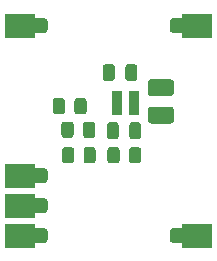
<source format=gts>
G04 #@! TF.GenerationSoftware,KiCad,Pcbnew,9.0.1+1*
G04 #@! TF.CreationDate,2025-11-12T15:12:14+00:00*
G04 #@! TF.ProjectId,megaphone-low-current-dc-dc-converter,6d656761-7068-46f6-9e65-2d6c6f772d63,0.2*
G04 #@! TF.SameCoordinates,Original*
G04 #@! TF.FileFunction,Soldermask,Top*
G04 #@! TF.FilePolarity,Negative*
%FSLAX46Y46*%
G04 Gerber Fmt 4.6, Leading zero omitted, Abs format (unit mm)*
G04 Created by KiCad (PCBNEW 9.0.1+1) date 2025-11-12 15:12:14*
%MOMM*%
%LPD*%
G01*
G04 APERTURE LIST*
%ADD10C,0.010000*%
%ADD11R,2.540000X2.000000*%
G04 APERTURE END LIST*
D10*
X121241000Y-72675000D02*
X120481000Y-72675000D01*
X120481000Y-72255000D01*
X121241000Y-72255000D01*
X121241000Y-72675000D01*
G36*
X121241000Y-72675000D02*
G01*
X120481000Y-72675000D01*
X120481000Y-72255000D01*
X121241000Y-72255000D01*
X121241000Y-72675000D01*
G37*
X121241000Y-73175000D02*
X120481000Y-73175000D01*
X120481000Y-72755000D01*
X121241000Y-72755000D01*
X121241000Y-73175000D01*
G36*
X121241000Y-73175000D02*
G01*
X120481000Y-73175000D01*
X120481000Y-72755000D01*
X121241000Y-72755000D01*
X121241000Y-73175000D01*
G37*
X121241000Y-73675000D02*
X120481000Y-73675000D01*
X120481000Y-73255000D01*
X121241000Y-73255000D01*
X121241000Y-73675000D01*
G36*
X121241000Y-73675000D02*
G01*
X120481000Y-73675000D01*
X120481000Y-73255000D01*
X121241000Y-73255000D01*
X121241000Y-73675000D01*
G37*
X121241000Y-74175000D02*
X120481000Y-74175000D01*
X120481000Y-73755000D01*
X121241000Y-73755000D01*
X121241000Y-74175000D01*
G36*
X121241000Y-74175000D02*
G01*
X120481000Y-74175000D01*
X120481000Y-73755000D01*
X121241000Y-73755000D01*
X121241000Y-74175000D01*
G37*
X122711000Y-72675000D02*
X121951000Y-72675000D01*
X121951000Y-72255000D01*
X122711000Y-72255000D01*
X122711000Y-72675000D01*
G36*
X122711000Y-72675000D02*
G01*
X121951000Y-72675000D01*
X121951000Y-72255000D01*
X122711000Y-72255000D01*
X122711000Y-72675000D01*
G37*
X122711000Y-73175000D02*
X121951000Y-73175000D01*
X121951000Y-72755000D01*
X122711000Y-72755000D01*
X122711000Y-73175000D01*
G36*
X122711000Y-73175000D02*
G01*
X121951000Y-73175000D01*
X121951000Y-72755000D01*
X122711000Y-72755000D01*
X122711000Y-73175000D01*
G37*
X122711000Y-73675000D02*
X121951000Y-73675000D01*
X121951000Y-73255000D01*
X122711000Y-73255000D01*
X122711000Y-73675000D01*
G36*
X122711000Y-73675000D02*
G01*
X121951000Y-73675000D01*
X121951000Y-73255000D01*
X122711000Y-73255000D01*
X122711000Y-73675000D01*
G37*
X122711000Y-74175000D02*
X121951000Y-74175000D01*
X121951000Y-73755000D01*
X122711000Y-73755000D01*
X122711000Y-74175000D01*
G36*
X122711000Y-74175000D02*
G01*
X121951000Y-74175000D01*
X121951000Y-73755000D01*
X122711000Y-73755000D01*
X122711000Y-74175000D01*
G37*
G36*
G01*
X119738000Y-71125000D02*
X119738000Y-70175000D01*
G75*
G02*
X119988000Y-69925000I250000J0D01*
G01*
X120488000Y-69925000D01*
G75*
G02*
X120738000Y-70175000I0J-250000D01*
G01*
X120738000Y-71125000D01*
G75*
G02*
X120488000Y-71375000I-250000J0D01*
G01*
X119988000Y-71375000D01*
G75*
G02*
X119738000Y-71125000I0J250000D01*
G01*
G37*
G36*
G01*
X121638000Y-71125000D02*
X121638000Y-70175000D01*
G75*
G02*
X121888000Y-69925000I250000J0D01*
G01*
X122388000Y-69925000D01*
G75*
G02*
X122638000Y-70175000I0J-250000D01*
G01*
X122638000Y-71125000D01*
G75*
G02*
X122388000Y-71375000I-250000J0D01*
G01*
X121888000Y-71375000D01*
G75*
G02*
X121638000Y-71125000I0J250000D01*
G01*
G37*
G36*
G01*
X123800001Y-71220500D02*
X125499999Y-71220500D01*
G75*
G02*
X125750000Y-71470501I0J-250001D01*
G01*
X125750000Y-72395499D01*
G75*
G02*
X125499999Y-72645500I-250001J0D01*
G01*
X123800001Y-72645500D01*
G75*
G02*
X123550000Y-72395499I0J250001D01*
G01*
X123550000Y-71470501D01*
G75*
G02*
X123800001Y-71220500I250001J0D01*
G01*
G37*
G36*
G01*
X123800001Y-73545500D02*
X125499999Y-73545500D01*
G75*
G02*
X125750000Y-73795501I0J-250001D01*
G01*
X125750000Y-74720499D01*
G75*
G02*
X125499999Y-74970500I-250001J0D01*
G01*
X123800001Y-74970500D01*
G75*
G02*
X123550000Y-74720499I0J250001D01*
G01*
X123550000Y-73795501D01*
G75*
G02*
X123800001Y-73545500I250001J0D01*
G01*
G37*
G36*
G01*
X122975000Y-75100000D02*
X122975000Y-76050000D01*
G75*
G02*
X122725000Y-76300000I-250000J0D01*
G01*
X122225000Y-76300000D01*
G75*
G02*
X121975000Y-76050000I0J250000D01*
G01*
X121975000Y-75100000D01*
G75*
G02*
X122225000Y-74850000I250000J0D01*
G01*
X122725000Y-74850000D01*
G75*
G02*
X122975000Y-75100000I0J-250000D01*
G01*
G37*
G36*
G01*
X121075000Y-75100000D02*
X121075000Y-76050000D01*
G75*
G02*
X120825000Y-76300000I-250000J0D01*
G01*
X120325000Y-76300000D01*
G75*
G02*
X120075000Y-76050000I0J250000D01*
G01*
X120075000Y-75100000D01*
G75*
G02*
X120325000Y-74850000I250000J0D01*
G01*
X120825000Y-74850000D01*
G75*
G02*
X121075000Y-75100000I0J-250000D01*
G01*
G37*
G36*
G01*
X116275000Y-78100000D02*
X116275000Y-77200000D01*
G75*
G02*
X116525000Y-76950000I250000J0D01*
G01*
X117050000Y-76950000D01*
G75*
G02*
X117300000Y-77200000I0J-250000D01*
G01*
X117300000Y-78100000D01*
G75*
G02*
X117050000Y-78350000I-250000J0D01*
G01*
X116525000Y-78350000D01*
G75*
G02*
X116275000Y-78100000I0J250000D01*
G01*
G37*
G36*
G01*
X118100000Y-78100000D02*
X118100000Y-77200000D01*
G75*
G02*
X118350000Y-76950000I250000J0D01*
G01*
X118875000Y-76950000D01*
G75*
G02*
X119125000Y-77200000I0J-250000D01*
G01*
X119125000Y-78100000D01*
G75*
G02*
X118875000Y-78350000I-250000J0D01*
G01*
X118350000Y-78350000D01*
G75*
G02*
X118100000Y-78100000I0J250000D01*
G01*
G37*
G36*
G01*
X122975000Y-77200000D02*
X122975000Y-78100000D01*
G75*
G02*
X122725000Y-78350000I-250000J0D01*
G01*
X122200000Y-78350000D01*
G75*
G02*
X121950000Y-78100000I0J250000D01*
G01*
X121950000Y-77200000D01*
G75*
G02*
X122200000Y-76950000I250000J0D01*
G01*
X122725000Y-76950000D01*
G75*
G02*
X122975000Y-77200000I0J-250000D01*
G01*
G37*
G36*
G01*
X121150000Y-77200000D02*
X121150000Y-78100000D01*
G75*
G02*
X120900000Y-78350000I-250000J0D01*
G01*
X120375000Y-78350000D01*
G75*
G02*
X120125000Y-78100000I0J250000D01*
G01*
X120125000Y-77200000D01*
G75*
G02*
X120375000Y-76950000I250000J0D01*
G01*
X120900000Y-76950000D01*
G75*
G02*
X121150000Y-77200000I0J-250000D01*
G01*
G37*
G36*
G01*
X116225000Y-75950000D02*
X116225000Y-75050000D01*
G75*
G02*
X116475000Y-74800000I250000J0D01*
G01*
X117000000Y-74800000D01*
G75*
G02*
X117250000Y-75050000I0J-250000D01*
G01*
X117250000Y-75950000D01*
G75*
G02*
X117000000Y-76200000I-250000J0D01*
G01*
X116475000Y-76200000D01*
G75*
G02*
X116225000Y-75950000I0J250000D01*
G01*
G37*
G36*
G01*
X118050000Y-75950000D02*
X118050000Y-75050000D01*
G75*
G02*
X118300000Y-74800000I250000J0D01*
G01*
X118825000Y-74800000D01*
G75*
G02*
X119075000Y-75050000I0J-250000D01*
G01*
X119075000Y-75950000D01*
G75*
G02*
X118825000Y-76200000I-250000J0D01*
G01*
X118300000Y-76200000D01*
G75*
G02*
X118050000Y-75950000I0J250000D01*
G01*
G37*
G36*
G01*
X118350000Y-73050000D02*
X118350000Y-73950000D01*
G75*
G02*
X118100000Y-74200000I-250000J0D01*
G01*
X117575000Y-74200000D01*
G75*
G02*
X117325000Y-73950000I0J250000D01*
G01*
X117325000Y-73050000D01*
G75*
G02*
X117575000Y-72800000I250000J0D01*
G01*
X118100000Y-72800000D01*
G75*
G02*
X118350000Y-73050000I0J-250000D01*
G01*
G37*
G36*
G01*
X116525000Y-73050000D02*
X116525000Y-73950000D01*
G75*
G02*
X116275000Y-74200000I-250000J0D01*
G01*
X115750000Y-74200000D01*
G75*
G02*
X115500000Y-73950000I0J250000D01*
G01*
X115500000Y-73050000D01*
G75*
G02*
X115750000Y-72800000I250000J0D01*
G01*
X116275000Y-72800000D01*
G75*
G02*
X116525000Y-73050000I0J-250000D01*
G01*
G37*
D11*
X127735000Y-66675000D03*
G36*
G01*
X125410000Y-67050000D02*
X125410000Y-66300000D01*
G75*
G02*
X125660000Y-66050000I250000J0D01*
G01*
X126410000Y-66050000D01*
G75*
G02*
X126660000Y-66300000I0J-250000D01*
G01*
X126660000Y-67050000D01*
G75*
G02*
X126410000Y-67300000I-250000J0D01*
G01*
X125660000Y-67300000D01*
G75*
G02*
X125410000Y-67050000I0J250000D01*
G01*
G37*
X127735000Y-84455000D03*
G36*
G01*
X125410000Y-84830000D02*
X125410000Y-84080000D01*
G75*
G02*
X125660000Y-83830000I250000J0D01*
G01*
X126410000Y-83830000D01*
G75*
G02*
X126660000Y-84080000I0J-250000D01*
G01*
X126660000Y-84830000D01*
G75*
G02*
X126410000Y-85080000I-250000J0D01*
G01*
X125660000Y-85080000D01*
G75*
G02*
X125410000Y-84830000I0J250000D01*
G01*
G37*
G36*
G01*
X113810000Y-67050000D02*
X113810000Y-66300000D01*
G75*
G02*
X114060000Y-66050000I250000J0D01*
G01*
X114810000Y-66050000D01*
G75*
G02*
X115060000Y-66300000I0J-250000D01*
G01*
X115060000Y-67050000D01*
G75*
G02*
X114810000Y-67300000I-250000J0D01*
G01*
X114060000Y-67300000D01*
G75*
G02*
X113810000Y-67050000I0J250000D01*
G01*
G37*
X112735000Y-66675000D03*
G36*
G01*
X113810000Y-79750000D02*
X113810000Y-79000000D01*
G75*
G02*
X114060000Y-78750000I250000J0D01*
G01*
X114810000Y-78750000D01*
G75*
G02*
X115060000Y-79000000I0J-250000D01*
G01*
X115060000Y-79750000D01*
G75*
G02*
X114810000Y-80000000I-250000J0D01*
G01*
X114060000Y-80000000D01*
G75*
G02*
X113810000Y-79750000I0J250000D01*
G01*
G37*
X112735000Y-79375000D03*
G36*
G01*
X113810000Y-82290000D02*
X113810000Y-81540000D01*
G75*
G02*
X114060000Y-81290000I250000J0D01*
G01*
X114810000Y-81290000D01*
G75*
G02*
X115060000Y-81540000I0J-250000D01*
G01*
X115060000Y-82290000D01*
G75*
G02*
X114810000Y-82540000I-250000J0D01*
G01*
X114060000Y-82540000D01*
G75*
G02*
X113810000Y-82290000I0J250000D01*
G01*
G37*
X112735000Y-81915000D03*
G36*
G01*
X113810000Y-84830000D02*
X113810000Y-84080000D01*
G75*
G02*
X114060000Y-83830000I250000J0D01*
G01*
X114810000Y-83830000D01*
G75*
G02*
X115060000Y-84080000I0J-250000D01*
G01*
X115060000Y-84830000D01*
G75*
G02*
X114810000Y-85080000I-250000J0D01*
G01*
X114060000Y-85080000D01*
G75*
G02*
X113810000Y-84830000I0J250000D01*
G01*
G37*
X112735000Y-84455000D03*
M02*

</source>
